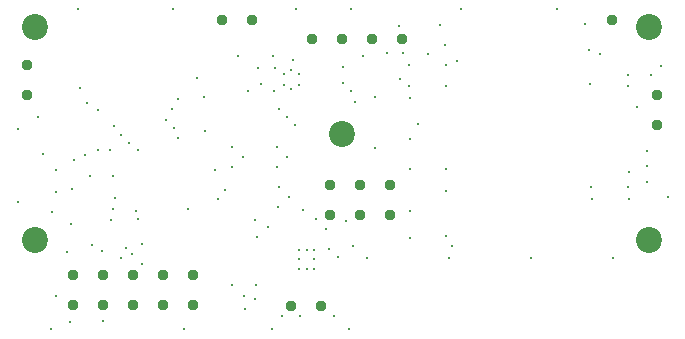
<source format=gbr>
%TF.GenerationSoftware,Altium Limited,Altium Designer,20.1.8 (145)*%
G04 Layer_Color=0*
%FSLAX45Y45*%
%MOMM*%
%TF.SameCoordinates,106D5BB1-83B8-4C97-8579-1C7B844FC3FF*%
%TF.FilePolarity,Positive*%
%TF.FileFunction,Plated,1,4,PTH,Drill*%
%TF.Part,Single*%
G01*
G75*
%TA.AperFunction,ComponentDrill*%
%ADD64C,0.95000*%
%TA.AperFunction,OtherDrill,Pad Free-1 (28mm,17mm)*%
%ADD65C,2.20000*%
%TA.AperFunction,OtherDrill,Pad Free-1 (2mm,8mm)*%
%ADD66C,2.20000*%
%TA.AperFunction,OtherDrill,Pad Free-1 (2mm,26mm)*%
%ADD67C,2.20000*%
%TA.AperFunction,OtherDrill,Pad Free-1 (54mm,26mm)*%
%ADD68C,2.20000*%
%TA.AperFunction,OtherDrill,Pad Free-1 (54mm,8mm)*%
%ADD69C,2.20000*%
%TA.AperFunction,ViaDrill,NotFilled*%
%ADD70C,0.30000*%
D64*
X5080000Y2667000D02*
D03*
X127000Y2286000D02*
D03*
X5461000Y2032000D02*
D03*
Y1778000D02*
D03*
X3308000Y2500000D02*
D03*
X3054000D02*
D03*
X2800000D02*
D03*
X2546000D02*
D03*
X2032000Y2667000D02*
D03*
X1778000D02*
D03*
X127000Y2032000D02*
D03*
X1540004Y247460D02*
D03*
X1286004D02*
D03*
X1032004D02*
D03*
X778004D02*
D03*
X524004D02*
D03*
Y501460D02*
D03*
X778004D02*
D03*
X1032004D02*
D03*
X1286004D02*
D03*
X1540004D02*
D03*
X2693799Y1009917D02*
D03*
X2947799Y1009918D02*
D03*
X3201799Y1009917D02*
D03*
Y1263917D02*
D03*
X2947799Y1263917D02*
D03*
X2693799Y1263917D02*
D03*
X2367280Y242570D02*
D03*
X2621280D02*
D03*
D65*
X2800000Y1700000D02*
D03*
D66*
X200000Y800000D02*
D03*
D67*
Y2600000D02*
D03*
D68*
X5400000D02*
D03*
D69*
Y800000D02*
D03*
D70*
X1051300Y1049906D02*
D03*
X2889678Y747500D02*
D03*
X924830Y644925D02*
D03*
X1723691Y1392101D02*
D03*
X2081532Y821903D02*
D03*
X2172953Y914060D02*
D03*
X2058670Y969791D02*
D03*
X1748700Y1146684D02*
D03*
X1807300Y1221161D02*
D03*
X531058Y1478538D02*
D03*
X668582Y1344215D02*
D03*
X621493Y1516232D02*
D03*
X4858366Y2629055D02*
D03*
X4892877Y2412200D02*
D03*
X4985034Y2371330D02*
D03*
X2384748Y2321855D02*
D03*
X2370216Y2081200D02*
D03*
X2088741Y2260786D02*
D03*
X2232666D02*
D03*
X2807073Y2265432D02*
D03*
X3277633Y2612887D02*
D03*
X3182678Y2382569D02*
D03*
X2980070Y2359531D02*
D03*
X2209996Y2360655D02*
D03*
X2431484Y2210119D02*
D03*
X2308947D02*
D03*
X2431484Y2113479D02*
D03*
X2308947D02*
D03*
X2370215Y2241198D02*
D03*
X1916208Y2354886D02*
D03*
X2349500Y1163320D02*
D03*
X1631259Y2010340D02*
D03*
X1305450Y1816610D02*
D03*
X875929Y1158738D02*
D03*
X859830Y1345203D02*
D03*
X1639456Y1720187D02*
D03*
X729830Y1901011D02*
D03*
X863722Y1765804D02*
D03*
X2112800Y2123440D02*
D03*
X2761580Y653579D02*
D03*
X2688997Y724360D02*
D03*
X2730587Y156270D02*
D03*
X2446134D02*
D03*
X2288426D02*
D03*
X2876576Y2065280D02*
D03*
X2908365Y1972816D02*
D03*
X2466280Y1053297D02*
D03*
X5224469Y1372719D02*
D03*
X3372264Y2006459D02*
D03*
X3076816Y2008190D02*
D03*
X3290516Y2159894D02*
D03*
X2804979Y2126760D02*
D03*
X380379Y1396364D02*
D03*
X1968500Y330200D02*
D03*
X1864396Y416740D02*
D03*
X2072585D02*
D03*
X3675994Y1401050D02*
D03*
X2660494Y896718D02*
D03*
X2578099Y979112D02*
D03*
X3076214Y1577999D02*
D03*
X2247810Y1419860D02*
D03*
X681138Y757621D02*
D03*
X3631910Y2616790D02*
D03*
X508742Y1235725D02*
D03*
X5299700Y1928899D02*
D03*
X5382043Y1555769D02*
D03*
X5376899Y1289950D02*
D03*
X5382043Y1425769D02*
D03*
X1870160Y1421299D02*
D03*
X5222277Y1250409D02*
D03*
X1870160Y1587500D02*
D03*
X1955800Y1504400D02*
D03*
X2257188Y1079846D02*
D03*
X2264370Y1247140D02*
D03*
X3371570Y819612D02*
D03*
X1412483Y1661713D02*
D03*
X635730Y1964433D02*
D03*
X2399879Y1778170D02*
D03*
X2331801Y1843170D02*
D03*
X3378039Y1401050D02*
D03*
X3371317Y1653959D02*
D03*
X3368777Y2104509D02*
D03*
X3445607Y1783689D02*
D03*
X3317534Y2383489D02*
D03*
X5217187Y2197239D02*
D03*
X3368776Y2278169D02*
D03*
X2870649Y2753995D02*
D03*
X926145Y1692985D02*
D03*
X1362307Y1910710D02*
D03*
X1458572Y45780D02*
D03*
X2437980Y638660D02*
D03*
Y559020D02*
D03*
X2562860D02*
D03*
Y638660D02*
D03*
X2437980Y717144D02*
D03*
X2562860D02*
D03*
X2500880Y559020D02*
D03*
Y717144D02*
D03*
X344063Y1039480D02*
D03*
X765730Y709136D02*
D03*
X731031Y1562913D02*
D03*
X378125Y326800D02*
D03*
X471761Y702019D02*
D03*
X3370580Y1049020D02*
D03*
X3682181Y1218880D02*
D03*
X1496060Y1062806D02*
D03*
X2334260Y1503680D02*
D03*
X2247810Y1587500D02*
D03*
X267768Y1526652D02*
D03*
X1373504Y1751587D02*
D03*
X2828008Y965511D02*
D03*
X2058205Y301438D02*
D03*
X1972904Y218440D02*
D03*
X3731081Y747500D02*
D03*
X504190Y939623D02*
D03*
X1016653Y680546D02*
D03*
X380965Y1207662D02*
D03*
X858605Y1064638D02*
D03*
X969603Y730855D02*
D03*
X1102620Y599790D02*
D03*
X1105330Y766567D02*
D03*
X334470Y45780D02*
D03*
X5224254Y1148002D02*
D03*
X4914767Y1148689D02*
D03*
X3680176Y2104509D02*
D03*
X3682716Y832213D02*
D03*
X4910093Y1251017D02*
D03*
X5222276Y2101970D02*
D03*
X4901056Y2122019D02*
D03*
X1072353Y1565478D02*
D03*
X993016Y1623848D02*
D03*
X1412101Y1993993D02*
D03*
X5089128Y645780D02*
D03*
X4395820D02*
D03*
X3702512D02*
D03*
X3009204D02*
D03*
X3773022Y2318209D02*
D03*
X3671559Y2447298D02*
D03*
X2003205Y2058799D02*
D03*
X2264340Y1908786D02*
D03*
X830730Y1561397D02*
D03*
X844720Y970539D02*
D03*
X5417191Y2193434D02*
D03*
X5554208Y1164215D02*
D03*
X497486Y108675D02*
D03*
X3807931Y2753995D02*
D03*
X3679482Y2278169D02*
D03*
X223520Y1840992D02*
D03*
X5502676Y2275629D02*
D03*
X55880Y1744092D02*
D03*
X2412366Y2753995D02*
D03*
X1572260Y2175000D02*
D03*
X4620214Y2753995D02*
D03*
X55880Y1120905D02*
D03*
X776990Y115501D02*
D03*
X2854197Y45780D02*
D03*
X2203704D02*
D03*
X580000Y2085340D02*
D03*
X558800Y2753995D02*
D03*
X1371083D02*
D03*
X1072780Y977892D02*
D03*
X2222395Y2058799D02*
D03*
X3523811Y2373519D02*
D03*
%TF.MD5,bf27d85ab3c3ce8378a3cfa96b30057c*%
M02*

</source>
